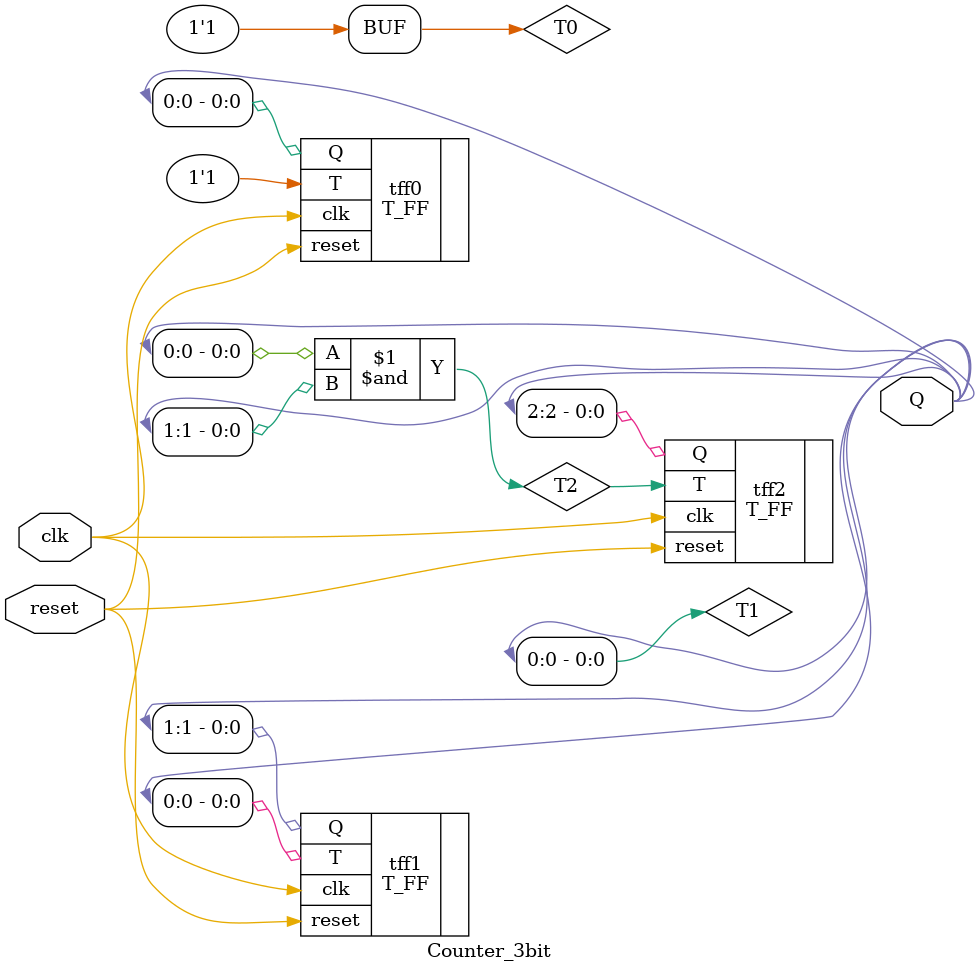
<source format=v>
`timescale 1ns / 1ps


module Counter_3bit(
    input clk,
    input reset,
    
    output [2:0] Q
    );
    
    wire T0, T1, T2;

    assign T0 = 1'b1;          // LSB toggles every clock
    assign T1 = Q[0];          // Next toggles when Q0=1
    assign T2 = Q[0] & Q[1];   // MSB toggles when Q0&Q1=1

    // Instantiate T flip-flops
    T_FF tff0 (.T(T0), .clk(clk), .reset(reset), .Q(Q[0]));
    T_FF tff1 (.T(T1), .clk(clk), .reset(reset), .Q(Q[1]));
    T_FF tff2 (.T(T2), .clk(clk), .reset(reset), .Q(Q[2]));
endmodule

</source>
